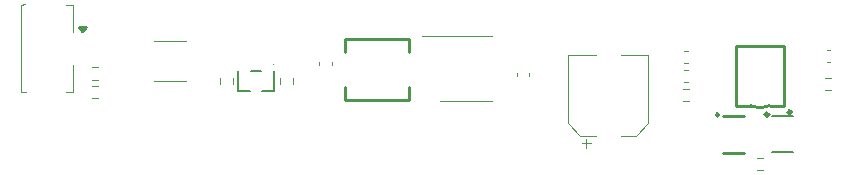
<source format=gbr>
%TF.GenerationSoftware,KiCad,Pcbnew,(6.0.6-0)*%
%TF.CreationDate,2022-09-08T19:57:57-07:00*%
%TF.ProjectId,Battery Extension PCB,42617474-6572-4792-9045-7874656e7369,rev?*%
%TF.SameCoordinates,Original*%
%TF.FileFunction,Legend,Top*%
%TF.FilePolarity,Positive*%
%FSLAX46Y46*%
G04 Gerber Fmt 4.6, Leading zero omitted, Abs format (unit mm)*
G04 Created by KiCad (PCBNEW (6.0.6-0)) date 2022-09-08 19:57:57*
%MOMM*%
%LPD*%
G01*
G04 APERTURE LIST*
%ADD10C,0.120000*%
%ADD11C,0.254001*%
%ADD12C,0.059995*%
%ADD13C,0.152400*%
%ADD14C,0.300000*%
%ADD15C,0.100000*%
G04 APERTURE END LIST*
D10*
%TO.C,C6*%
X117989700Y-78052700D02*
X117989700Y-77265200D01*
X117595950Y-77658950D02*
X118383450Y-77658950D01*
X122182763Y-77025200D02*
X120897200Y-77025200D01*
X116427200Y-75960763D02*
X116427200Y-70205200D01*
X117491637Y-77025200D02*
X116427200Y-75960763D01*
X122182763Y-77025200D02*
X123247200Y-75960763D01*
X117491637Y-77025200D02*
X118777200Y-77025200D01*
X123247200Y-70205200D02*
X120897200Y-70205200D01*
X116427200Y-70205200D02*
X118777200Y-70205200D01*
X123247200Y-75960763D02*
X123247200Y-70205200D01*
%TO.C,U4*%
X107772779Y-68582512D02*
X104122779Y-68582512D01*
X107772779Y-68582512D02*
X109972779Y-68582512D01*
X107772779Y-74102512D02*
X105572779Y-74102512D01*
X107772779Y-74102512D02*
X109972779Y-74102512D01*
D11*
%TO.C,U7*%
X97579200Y-68774000D02*
X97579200Y-69892847D01*
X97579200Y-68774000D02*
X102979200Y-68774025D01*
X97579200Y-72855153D02*
X97579200Y-73974000D01*
X102979200Y-73973975D02*
X97579200Y-73974000D01*
X102979200Y-69892847D02*
X102979200Y-68774025D01*
X102979200Y-73973975D02*
X102979200Y-72855153D01*
D12*
X97609172Y-73974000D02*
G75*
G03*
X97609172Y-73974000I-29997J0D01*
G01*
D13*
%TO.C,U6*%
X133711493Y-75336446D02*
X135489903Y-75336446D01*
X133711493Y-78414830D02*
X135489903Y-78414830D01*
D14*
X133449313Y-75207363D02*
G75*
G03*
X133449313Y-75207363I-150114J0D01*
G01*
D15*
X133250711Y-75412595D02*
G75*
G03*
X133250711Y-75412595I-50013J0D01*
G01*
D10*
%TO.C,C5*%
X126294933Y-70868000D02*
X126587467Y-70868000D01*
X126294933Y-69848000D02*
X126587467Y-69848000D01*
D11*
%TO.C,U1*%
X75609712Y-67805931D02*
X75020354Y-67806465D01*
X75579155Y-67847105D02*
X75619694Y-67805931D01*
X75020354Y-67826785D02*
X75309915Y-68116345D01*
D10*
X74529651Y-65895975D02*
X73975485Y-65913000D01*
X70129600Y-65895975D02*
X70129600Y-73296025D01*
D11*
X75309915Y-68116345D02*
X75579155Y-67847105D01*
D10*
X73924685Y-73304400D02*
X74529651Y-73296025D01*
X74529651Y-65895975D02*
X74534285Y-68249800D01*
X70444885Y-65887600D02*
X70129600Y-65895975D01*
X70129600Y-73296025D02*
X70521085Y-73304400D01*
X74529651Y-73253600D02*
X74529651Y-70993000D01*
D11*
X75020354Y-67806465D02*
X75020354Y-67826785D01*
D10*
%TO.C,R7*%
X138190218Y-73146307D02*
X138699666Y-73146307D01*
X138190218Y-72101307D02*
X138699666Y-72101307D01*
%TO.C,F1*%
X81366948Y-68952800D02*
X84139452Y-68952800D01*
X81366948Y-72372800D02*
X84139452Y-72372800D01*
%TO.C,R2*%
X76150376Y-71207100D02*
X76659824Y-71207100D01*
X76150376Y-72252100D02*
X76659824Y-72252100D01*
D11*
%TO.C,U3*%
X131385898Y-78437996D02*
X129585873Y-78437996D01*
X131385898Y-75337970D02*
X129585873Y-75337970D01*
X129215895Y-75237081D02*
G75*
G03*
X129215895Y-75237081I-127000J0D01*
G01*
D12*
X129115871Y-75453007D02*
G75*
G03*
X129115871Y-75453007I-29998J0D01*
G01*
D10*
%TO.C,C3*%
X113133600Y-71977467D02*
X113133600Y-71684933D01*
X112113600Y-71977467D02*
X112113600Y-71684933D01*
%TO.C,R5*%
X132470482Y-78869039D02*
X132979930Y-78869039D01*
X132470482Y-79914039D02*
X132979930Y-79914039D01*
%TO.C,C2*%
X95400400Y-70719733D02*
X95400400Y-71012267D01*
X96420400Y-70719733D02*
X96420400Y-71012267D01*
%TO.C,R3*%
X92085900Y-72593924D02*
X92085900Y-72084476D01*
X93130900Y-72593924D02*
X93130900Y-72084476D01*
D11*
%TO.C,U5*%
X134754580Y-69413496D02*
X134754580Y-74513572D01*
X133504644Y-74513318D02*
X134754580Y-74513318D01*
X130654504Y-74513318D02*
X130654504Y-69413242D01*
X130654504Y-69413496D02*
X134754580Y-69413496D01*
X131904440Y-74513318D02*
X130654504Y-74513318D01*
X131904440Y-74463280D02*
G75*
G03*
X133504644Y-74463280I800102J1683851D01*
G01*
X135374849Y-74993379D02*
G75*
G03*
X135374849Y-74993379I-170180J0D01*
G01*
D12*
X135684476Y-74417560D02*
G75*
G03*
X135684476Y-74417560I-29972J0D01*
G01*
D10*
%TO.C,C1*%
X138627067Y-69746400D02*
X138334533Y-69746400D01*
X138627067Y-70766400D02*
X138334533Y-70766400D01*
%TO.C,C4*%
X126587467Y-71473600D02*
X126294933Y-71473600D01*
X126587467Y-72493600D02*
X126294933Y-72493600D01*
%TO.C,R1*%
X76659824Y-73826900D02*
X76150376Y-73826900D01*
X76659824Y-72781900D02*
X76150376Y-72781900D01*
%TO.C,R4*%
X88050900Y-72084476D02*
X88050900Y-72593924D01*
X87005900Y-72084476D02*
X87005900Y-72593924D01*
%TO.C,R8*%
X126186476Y-73035900D02*
X126695924Y-73035900D01*
X126186476Y-74080900D02*
X126695924Y-74080900D01*
D13*
%TO.C,U2*%
X91543813Y-73248700D02*
X90512190Y-73248700D01*
X89562202Y-71531300D02*
X90472998Y-71531300D01*
X88491387Y-71531300D02*
X88491387Y-73248700D01*
X91543813Y-71531300D02*
X91543813Y-73248700D01*
X88491387Y-73248700D02*
X89523010Y-73248700D01*
D12*
X91547572Y-70965006D02*
G75*
G03*
X91547572Y-70965006I-29997J0D01*
G01*
%TD*%
M02*

</source>
